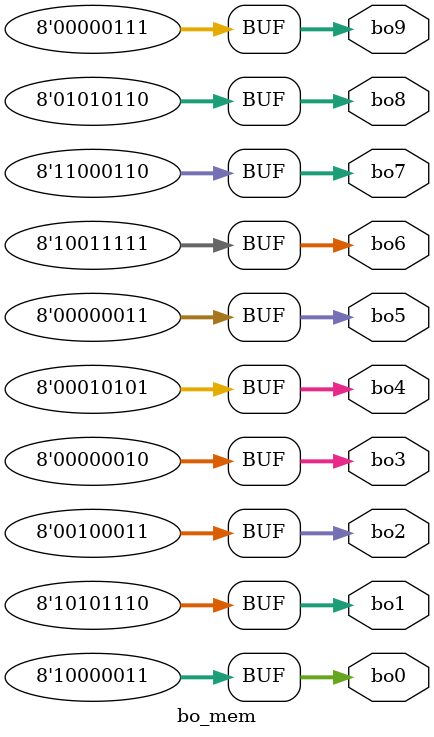
<source format=v>
module bo_mem(
    bo0, bo1, bo2, bo3, bo4, bo5, bo6, bo7, bo8, bo9
);
    output [7 : 0] bo0, bo1, bo2, bo3, bo4, bo5, bo6, bo7, bo8, bo9;

    assign bo0 = 8'b10000011;
    assign bo1 = 8'b10101110;
    assign bo2 = 8'b00100011;
    assign bo3 = 8'b00000010;
    assign bo4 = 8'b00010101;
    assign bo5 = 8'b00000011;
    assign bo6 = 8'b10011111;
    assign bo7 = 8'b11000110;
    assign bo8 = 8'b01010110;
    assign bo9 = 8'b00000111;
endmodule
</source>
